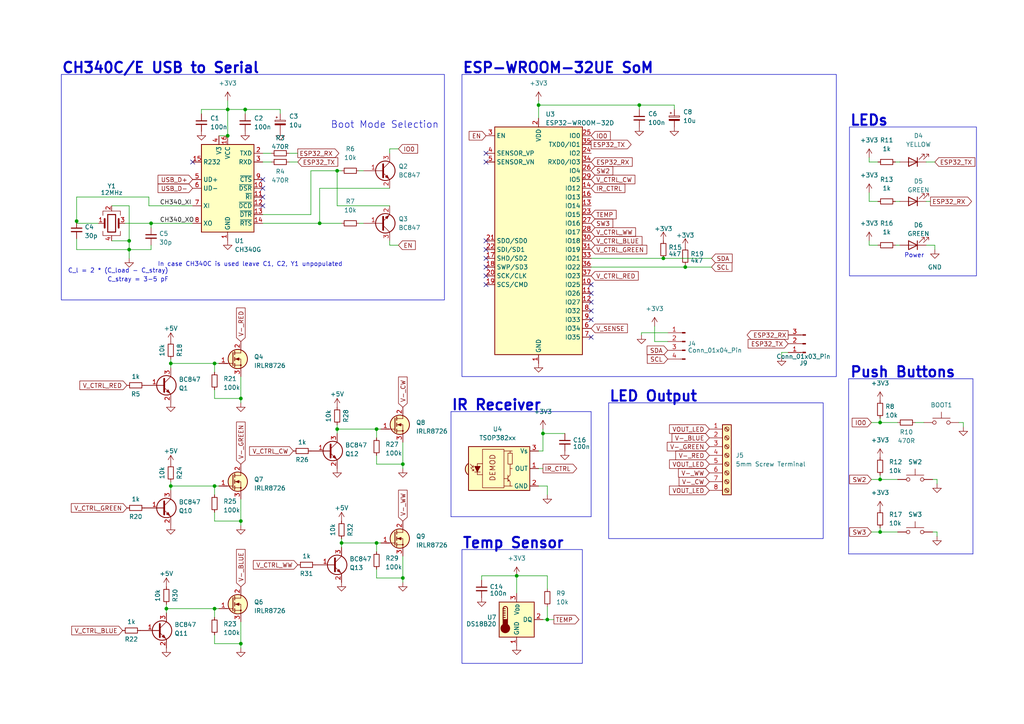
<source format=kicad_sch>
(kicad_sch (version 20230121) (generator eeschema)
  (paper "A4")
  (title_block (title "LuminX PWM") (date "2023-11-17") (rev "1.1") (company "Michael Gross") (comment 1 "General purpose PWM LED Driver Board"))
  (junction (at 37.465 72.39))
  (junction (at 69.85 115.57))
  (junction (at 22.225 64.135))
  (junction (at 62.23 105.41))
  (junction (at 158.75 179.705))
  (junction (at 97.79 49.53))
  (junction (at 37.465 69.85))
  (junction (at 62.23 176.53))
  (junction (at 255.27 154.305))
  (junction (at 198.755 77.47))
  (junction (at 71.12 31.75))
  (junction (at 97.79 124.46))
  (junction (at 116.84 134.62))
  (junction (at 149.86 167.005))
  (junction (at 49.53 140.97))
  (junction (at 109.22 157.48))
  (junction (at 192.405 74.93))
  (junction (at 92.71 64.77))
  (junction (at 69.85 151.13))
  (junction (at 255.27 139.065))
  (junction (at 157.48 125.73))
  (junction (at 109.22 124.46))
  (junction (at 116.84 167.64))
  (junction (at 48.26 176.53))
  (junction (at 99.06 157.48))
  (junction (at 43.815 64.77))
  (junction (at 62.23 140.97))
  (junction (at 255.27 122.555))
  (junction (at 66.04 39.37))
  (junction (at 66.04 31.75))
  (junction (at 49.53 105.41))
  (junction (at 156.21 30.48))
  (junction (at 69.85 186.69))
  (junction (at 185.42 30.48))
  (no_connect (at 76.2 59.69))
  (no_connect (at 76.2 52.07))
  (no_connect (at 171.45 82.55))
  (no_connect (at 55.88 46.99))
  (no_connect (at 171.45 92.71))
  (no_connect (at 140.97 69.85))
  (no_connect (at 140.97 72.39))
  (no_connect (at 140.97 82.55))
  (no_connect (at 76.2 57.15))
  (no_connect (at 171.45 90.17))
  (no_connect (at 140.97 46.99))
  (no_connect (at 140.97 80.01))
  (no_connect (at 171.45 87.63))
  (no_connect (at 140.97 44.45))
  (no_connect (at 171.45 85.09))
  (no_connect (at 76.2 54.61))
  (no_connect (at 140.97 77.47))
  (no_connect (at 171.45 97.79))
  (no_connect (at 140.97 74.93))
  (wire (pts (xy 252.095 46.99) (xy 252.095 45.72)))
  (wire (pts (xy 81.28 31.75) (xy 81.28 33.02)))
  (wire (pts (xy 268.605 58.42) (xy 269.875 58.42)))
  (wire (pts (xy 193.675 96.52) (xy 186.055 96.52)))
  (wire (pts (xy 255.27 139.065) (xy 260.35 139.065)))
  (wire (pts (xy 116.84 167.64) (xy 116.84 168.91)))
  (wire (pts (xy 58.42 31.75) (xy 66.04 31.75)))
  (wire (pts (xy 62.23 186.69) (xy 69.85 186.69)))
  (wire (pts (xy 156.21 29.21) (xy 156.21 30.48)))
  (wire (pts (xy 259.715 46.99) (xy 260.985 46.99)))
  (wire (pts (xy 195.58 30.48) (xy 185.42 30.48)))
  (wire (pts (xy 255.27 137.795) (xy 255.27 139.065)))
  (polyline (pts (xy 246.126 109.855) (xy 246.126 160.655)))
  (wire (pts (xy 157.48 135.89) (xy 156.21 135.89)))
  (wire (pts (xy 62.23 105.41) (xy 63.5 105.41)))
  (wire (pts (xy 97.79 49.53) (xy 99.06 49.53)))
  (wire (pts (xy 83.82 44.45) (xy 86.36 44.45)))
  (wire (pts (xy 113.03 71.12) (xy 115.57 71.12)))
  (wire (pts (xy 157.48 125.73) (xy 157.48 130.81)))
  (wire (pts (xy 139.7 168.275) (xy 139.7 167.005)))
  (wire (pts (xy 156.21 130.81) (xy 157.48 130.81)))
  (wire (pts (xy 104.14 64.77) (xy 105.41 64.77)))
  (wire (pts (xy 37.465 72.39) (xy 37.465 74.93)))
  (wire (pts (xy 109.22 157.48) (xy 109.22 160.02)))
  (wire (pts (xy 69.85 186.69) (xy 69.85 180.34)))
  (wire (pts (xy 48.26 176.53) (xy 48.26 177.8)))
  (wire (pts (xy 109.22 157.48) (xy 110.49 157.48)))
  (wire (pts (xy 62.23 176.53) (xy 63.5 176.53)))
  (wire (pts (xy 97.79 124.46) (xy 109.22 124.46)))
  (wire (pts (xy 139.7 167.005) (xy 149.86 167.005)))
  (wire (pts (xy 109.22 167.64) (xy 116.84 167.64)))
  (wire (pts (xy 113.03 69.85) (xy 113.03 71.12)))
  (wire (pts (xy 83.82 46.99) (xy 86.36 46.99)))
  (wire (pts (xy 43.815 72.39) (xy 43.815 71.12)))
  (wire (pts (xy 49.53 140.97) (xy 49.53 142.24)))
  (wire (pts (xy 43.18 59.69) (xy 55.88 59.69)))
  (wire (pts (xy 69.85 186.69) (xy 69.85 187.96)))
  (wire (pts (xy 228.6 102.235) (xy 226.695 102.235)))
  (wire (pts (xy 43.815 64.77) (xy 43.815 66.04)))
  (wire (pts (xy 62.23 113.03) (xy 62.23 115.57)))
  (wire (pts (xy 158.75 179.705) (xy 157.48 179.705)))
  (wire (pts (xy 109.22 124.46) (xy 110.49 124.46)))
  (wire (pts (xy 171.45 74.93) (xy 192.405 74.93)))
  (wire (pts (xy 268.605 71.12) (xy 271.145 71.12)))
  (wire (pts (xy 156.21 140.97) (xy 158.75 140.97)))
  (wire (pts (xy 198.755 76.835) (xy 198.755 77.47)))
  (wire (pts (xy 22.225 64.77) (xy 22.225 64.135)))
  (wire (pts (xy 255.27 153.035) (xy 255.27 154.305)))
  (wire (pts (xy 226.695 102.235) (xy 226.695 103.505)))
  (wire (pts (xy 99.06 157.48) (xy 109.22 157.48)))
  (wire (pts (xy 32.385 69.85) (xy 37.465 69.85)))
  (wire (pts (xy 43.18 59.69) (xy 43.18 57.15)))
  (wire (pts (xy 48.26 176.53) (xy 62.23 176.53)))
  (wire (pts (xy 97.79 124.46) (xy 97.79 125.73)))
  (polyline (pts (xy 130.81 119.38) (xy 171.45 119.38)))
  (wire (pts (xy 252.73 154.305) (xy 255.27 154.305)))
  (wire (pts (xy 116.84 134.62) (xy 116.84 135.89)))
  (wire (pts (xy 265.43 122.555) (xy 267.97 122.555)))
  (polyline (pts (xy 171.45 119.38) (xy 171.45 149.86)))
  (wire (pts (xy 158.75 140.97) (xy 158.75 143.51)))
  (wire (pts (xy 109.22 134.62) (xy 116.84 134.62)))
  (wire (pts (xy 62.23 148.59) (xy 62.23 151.13)))
  (wire (pts (xy 76.2 64.77) (xy 92.71 64.77)))
  (wire (pts (xy 69.85 115.57) (xy 69.85 109.22)))
  (wire (pts (xy 109.22 165.1) (xy 109.22 167.64)))
  (wire (pts (xy 99.06 157.48) (xy 99.06 158.75)))
  (wire (pts (xy 43.18 57.15) (xy 22.225 57.15)))
  (wire (pts (xy 113.03 43.18) (xy 115.57 43.18)))
  (wire (pts (xy 158.75 170.815) (xy 158.75 167.005)))
  (wire (pts (xy 49.53 139.7) (xy 49.53 140.97)))
  (wire (pts (xy 90.17 49.53) (xy 97.79 49.53)))
  (wire (pts (xy 62.23 105.41) (xy 62.23 107.95)))
  (wire (pts (xy 32.385 59.69) (xy 37.465 59.69)))
  (wire (pts (xy 279.4 122.555) (xy 278.13 122.555)))
  (wire (pts (xy 116.84 167.64) (xy 116.84 161.29)))
  (wire (pts (xy 254.635 71.12) (xy 252.095 71.12)))
  (wire (pts (xy 69.85 115.57) (xy 69.85 116.84)))
  (wire (pts (xy 171.45 77.47) (xy 198.755 77.47)))
  (wire (pts (xy 37.465 69.85) (xy 37.465 72.39)))
  (wire (pts (xy 206.375 77.47) (xy 198.755 77.47)))
  (wire (pts (xy 189.865 99.06) (xy 189.865 94.615)))
  (wire (pts (xy 185.42 31.75) (xy 185.42 30.48)))
  (wire (pts (xy 271.145 71.12) (xy 271.145 72.39)))
  (wire (pts (xy 49.53 104.14) (xy 49.53 105.41)))
  (wire (pts (xy 158.75 179.705) (xy 160.655 179.705)))
  (polyline (pts (xy 282.194 160.655) (xy 282.194 109.855)))
  (wire (pts (xy 76.2 44.45) (xy 78.74 44.45)))
  (wire (pts (xy 195.58 31.75) (xy 195.58 30.48)))
  (polyline (pts (xy 130.81 149.86) (xy 130.81 119.38)))
  (wire (pts (xy 157.48 125.73) (xy 163.83 125.73)))
  (polyline (pts (xy 282.194 109.855) (xy 246.126 109.855)))
  (wire (pts (xy 76.2 46.99) (xy 78.74 46.99)))
  (wire (pts (xy 97.79 123.19) (xy 97.79 124.46)))
  (wire (pts (xy 271.78 139.065) (xy 271.78 140.335)))
  (wire (pts (xy 252.095 55.88) (xy 252.095 58.42)))
  (wire (pts (xy 255.27 121.285) (xy 255.27 122.555)))
  (wire (pts (xy 259.715 58.42) (xy 260.985 58.42)))
  (wire (pts (xy 62.23 151.13) (xy 69.85 151.13)))
  (wire (pts (xy 113.03 43.18) (xy 113.03 44.45)))
  (wire (pts (xy 36.195 64.77) (xy 43.815 64.77)))
  (wire (pts (xy 255.27 122.555) (xy 260.35 122.555)))
  (wire (pts (xy 186.055 96.52) (xy 186.055 97.155)))
  (wire (pts (xy 255.27 154.305) (xy 260.35 154.305)))
  (wire (pts (xy 97.79 59.69) (xy 97.79 49.53)))
  (wire (pts (xy 279.4 122.555) (xy 279.4 123.825)))
  (wire (pts (xy 69.85 151.13) (xy 69.85 144.78)))
  (wire (pts (xy 259.715 71.12) (xy 260.985 71.12)))
  (wire (pts (xy 193.675 99.06) (xy 189.865 99.06)))
  (wire (pts (xy 48.26 175.26) (xy 48.26 176.53)))
  (wire (pts (xy 22.225 72.39) (xy 22.225 69.215)))
  (wire (pts (xy 252.73 139.065) (xy 255.27 139.065)))
  (wire (pts (xy 206.375 74.93) (xy 192.405 74.93)))
  (wire (pts (xy 43.815 64.77) (xy 55.88 64.77)))
  (wire (pts (xy 62.23 140.97) (xy 62.23 143.51)))
  (wire (pts (xy 37.465 72.39) (xy 43.815 72.39)))
  (wire (pts (xy 22.225 57.15) (xy 22.225 64.135)))
  (wire (pts (xy 252.095 71.12) (xy 252.095 69.85)))
  (wire (pts (xy 49.53 140.97) (xy 62.23 140.97)))
  (wire (pts (xy 99.06 156.21) (xy 99.06 157.48)))
  (wire (pts (xy 158.75 179.705) (xy 158.75 175.895)))
  (wire (pts (xy 270.51 154.305) (xy 271.78 154.305)))
  (wire (pts (xy 71.12 31.75) (xy 81.28 31.75)))
  (wire (pts (xy 252.73 122.555) (xy 255.27 122.555)))
  (wire (pts (xy 156.21 30.48) (xy 156.21 34.29)))
  (wire (pts (xy 268.605 46.99) (xy 271.145 46.99)))
  (wire (pts (xy 58.42 33.02) (xy 58.42 31.75)))
  (wire (pts (xy 71.12 31.75) (xy 71.12 33.02)))
  (wire (pts (xy 49.53 105.41) (xy 62.23 105.41)))
  (wire (pts (xy 92.71 64.77) (xy 99.06 64.77)))
  (polyline (pts (xy 246.126 160.655) (xy 282.194 160.655)))
  (wire (pts (xy 113.03 54.61) (xy 92.71 54.61)))
  (wire (pts (xy 157.48 125.73) (xy 157.48 124.46)))
  (wire (pts (xy 158.75 167.005) (xy 149.86 167.005)))
  (wire (pts (xy 90.17 62.23) (xy 76.2 62.23)))
  (wire (pts (xy 37.465 59.69) (xy 37.465 69.85)))
  (wire (pts (xy 22.225 64.77) (xy 28.575 64.77)))
  (wire (pts (xy 116.84 134.62) (xy 116.84 128.27)))
  (wire (pts (xy 22.225 72.39) (xy 37.465 72.39)))
  (wire (pts (xy 149.86 167.005) (xy 149.86 172.085)))
  (wire (pts (xy 62.23 115.57) (xy 69.85 115.57)))
  (wire (pts (xy 66.04 29.21) (xy 66.04 31.75)))
  (wire (pts (xy 156.21 30.48) (xy 185.42 30.48)))
  (wire (pts (xy 113.03 59.69) (xy 97.79 59.69)))
  (wire (pts (xy 90.17 49.53) (xy 90.17 62.23)))
  (polyline (pts (xy 171.45 149.86) (xy 130.81 149.86)))
  (wire (pts (xy 92.71 54.61) (xy 92.71 64.77)))
  (wire (pts (xy 49.53 105.41) (xy 49.53 106.68)))
  (wire (pts (xy 62.23 176.53) (xy 62.23 179.07)))
  (wire (pts (xy 254.635 46.99) (xy 252.095 46.99)))
  (wire (pts (xy 109.22 124.46) (xy 109.22 127)))
  (wire (pts (xy 63.5 39.37) (xy 66.04 39.37)))
  (wire (pts (xy 62.23 184.15) (xy 62.23 186.69)))
  (wire (pts (xy 62.23 140.97) (xy 63.5 140.97)))
  (wire (pts (xy 69.85 151.13) (xy 69.85 152.4)))
  (wire (pts (xy 66.04 31.75) (xy 66.04 39.37)))
  (wire (pts (xy 271.78 154.305) (xy 271.78 155.575)))
  (wire (pts (xy 252.095 58.42) (xy 254.635 58.42)))
  (wire (pts (xy 271.78 139.065) (xy 270.51 139.065)))
  (wire (pts (xy 109.22 132.08) (xy 109.22 134.62)))
  (wire (pts (xy 104.14 49.53) (xy 105.41 49.53)))
  (wire (pts (xy 66.04 31.75) (xy 71.12 31.75)))
  (rectangle (start 176.53 116.84) (end 238.76 156.21))
  (rectangle (start 133.985 21.59) (end 242.57 109.22))
  (rectangle (start 133.985 159.385) (end 168.91 192.405))
  (rectangle (start 246.38 36.83) (end 283.21 80.01))
  (rectangle (start 17.78 21.59) (end 128.905 86.995))
  (text "C_l = 2 * (C_load - C_stray)" (at 19.685 79.375 0) (effects (font (size 1.27 1.27)) (justify left bottom)))
  (text "IR Receiver" (at 130.81 119.38 0) (effects (font (size 3 3) (thickness 0.6) bold) (justify left bottom)))
  (text "Push Buttons" (at 246.38 109.855 0) (effects (font (size 3 3) (thickness 0.6) bold) (justify left bottom)))
  (text "In case CH340C is used leave C1, C2, Y1 unpopulated" (at 45.72 77.47 0) (effects (font (size 1.27 1.27)) (justify left bottom)))
  (text "Power" (at 262.255 74.93 0) (effects (font (size 1.27 1.27)) (justify left bottom)))
  (text "Boot Mode Selection" (at 95.885 37.465 0) (effects (font (size 2 2)) (justify left bottom)))
  (text "Temp Sensor" (at 133.985 159.385 0) (effects (font (size 3 3) (thickness 0.6) bold) (justify left bottom)))
  (text "C_stray = 3-5 pF" (at 31.115 81.915 0) (effects (font (size 1.27 1.27)) (justify left bottom)))
  (text "CH340C/E USB to Serial" (at 17.78 21.59 0) (effects (font (size 3 3) (thickness 0.6) bold) (justify left bottom)))
  (text "LEDs" (at 246.38 36.83 0) (effects (font (size 3 3) (thickness 0.6) bold) (justify left bottom)))
  (text "ESP-WROOM-32UE SoM" (at 133.985 21.59 0) (effects (font (size 3 3) (thickness 0.6) bold) (justify left bottom)))
  (text "LED Output" (at 176.53 116.84 0) (effects (font (size 3 3) (thickness 0.6) bold) (justify left bottom)))
  (label "CH340_XO" (at 46.355 64.77 0))
  (label "CH340_XI" (at 46.355 59.69 0))
  (global_label "VOUT_LED" (shape input) (at 205.74 142.24 180) (property "Intersheetrefs" "${INTERSHEET_REFS}" (effects hide)))
  (global_label "IO0" (shape input) (at 171.45 39.37 0) (property "Intersheetrefs" "${INTERSHEET_REFS}" (effects hide)))
  (global_label "SW3" (shape input) (at 171.45 64.77 0) (property "Intersheetrefs" "${INTERSHEET_REFS}" (effects hide)))
  (global_label "V-_WW" (shape input) (at 116.84 151.13 90) (property "Intersheetrefs" "${INTERSHEET_REFS}" (effects hide)))
  (global_label "USB_D+" (shape input) (at 55.88 52.07 180) (property "Intersheetrefs" "${INTERSHEET_REFS}" (effects hide)))
  (global_label "SW3" (shape input) (at 252.73 154.305 180) (property "Intersheetrefs" "${INTERSHEET_REFS}" (effects hide)))
  (global_label "SCL" (shape input) (at 193.675 104.14 180) (property "Intersheetrefs" "${INTERSHEET_REFS}" (effects hide)))
  (global_label "V-_GREEN" (shape input) (at 69.85 134.62 90) (property "Intersheetrefs" "${INTERSHEET_REFS}" (effects hide)))
  (global_label "V_SENSE" (shape input) (at 171.45 95.25 0) (property "Intersheetrefs" "${INTERSHEET_REFS}" (effects hide)))
  (global_label "VOUT_LED" (shape input) (at 205.74 134.62 180) (property "Intersheetrefs" "${INTERSHEET_REFS}" (effects hide)))
  (global_label "V_CTRL_CW" (shape input) (at 85.09 130.81 180) (property "Intersheetrefs" "${INTERSHEET_REFS}" (effects hide)))
  (global_label "V_CTRL_RED" (shape input) (at 36.83 111.76 180) (property "Intersheetrefs" "${INTERSHEET_REFS}" (effects hide)))
  (global_label "V_CTRL_GREEN" (shape input) (at 36.83 147.32 180) (property "Intersheetrefs" "${INTERSHEET_REFS}" (effects hide)))
  (global_label "V_CTRL_WW" (shape input) (at 171.45 67.31 0) (property "Intersheetrefs" "${INTERSHEET_REFS}" (effects hide)))
  (global_label "TEMP" (shape input) (at 171.45 62.23 0) (property "Intersheetrefs" "${INTERSHEET_REFS}" (effects hide)))
  (global_label "SCL" (shape input) (at 206.375 77.47 0) (property "Intersheetrefs" "${INTERSHEET_REFS}" (effects hide)))
  (global_label "ESP32_RX" (shape output) (at 228.6 97.155 180) (property "Intersheetrefs" "${INTERSHEET_REFS}" (effects hide)))
  (global_label "IR_CTRL" (shape output) (at 157.48 135.89 0) (property "Intersheetrefs" "${INTERSHEET_REFS}" (effects hide)))
  (global_label "SDA" (shape input) (at 206.375 74.93 0) (property "Intersheetrefs" "${INTERSHEET_REFS}" (effects hide)))
  (global_label "IO0" (shape input) (at 252.73 122.555 180) (property "Intersheetrefs" "${INTERSHEET_REFS}" (effects hide)))
  (global_label "ESP32_RX" (shape output) (at 269.875 58.42 0) (property "Intersheetrefs" "${INTERSHEET_REFS}" (effects hide)))
  (global_label "EN" (shape input) (at 140.97 39.37 180) (property "Intersheetrefs" "${INTERSHEET_REFS}" (effects hide)))
  (global_label "V-_WW" (shape input) (at 205.74 137.16 180) (property "Intersheetrefs" "${INTERSHEET_REFS}" (effects hide)))
  (global_label "V-_CW" (shape input) (at 205.74 139.7 180) (property "Intersheetrefs" "${INTERSHEET_REFS}" (effects hide)))
  (global_label "V_CTRL_BLUE" (shape input) (at 35.56 182.88 180) (property "Intersheetrefs" "${INTERSHEET_REFS}" (effects hide)))
  (global_label "V_CTRL_WW" (shape input) (at 86.36 163.83 180) (property "Intersheetrefs" "${INTERSHEET_REFS}" (effects hide)))
  (global_label "ESP32_RX" (shape output) (at 86.36 44.45 0) (property "Intersheetrefs" "${INTERSHEET_REFS}" (effects hide)))
  (global_label "SW2" (shape input) (at 252.73 139.065 180) (property "Intersheetrefs" "${INTERSHEET_REFS}" (effects hide)))
  (global_label "USB_D-" (shape input) (at 55.88 54.61 180) (property "Intersheetrefs" "${INTERSHEET_REFS}" (effects hide)))
  (global_label "TEMP" (shape output) (at 160.655 179.705 0) (property "Intersheetrefs" "${INTERSHEET_REFS}" (effects hide)))
  (global_label "ESP32_TX" (shape input) (at 86.36 46.99 0) (property "Intersheetrefs" "${INTERSHEET_REFS}" (effects hide)))
  (global_label "SW2" (shape input) (at 171.45 49.53 0) (property "Intersheetrefs" "${INTERSHEET_REFS}" (effects hide)))
  (global_label "EN" (shape input) (at 115.57 71.12 0) (property "Intersheetrefs" "${INTERSHEET_REFS}" (effects hide)))
  (global_label "ESP32_TX" (shape output) (at 171.45 41.91 0) (property "Intersheetrefs" "${INTERSHEET_REFS}" (effects hide)))
  (global_label "V-_BLUE" (shape input) (at 205.74 127 180) (property "Intersheetrefs" "${INTERSHEET_REFS}" (effects hide)))
  (global_label "V_CTRL_CW" (shape input) (at 171.45 52.07 0) (property "Intersheetrefs" "${INTERSHEET_REFS}" (effects hide)))
  (global_label "SDA" (shape input) (at 193.675 101.6 180) (property "Intersheetrefs" "${INTERSHEET_REFS}" (effects hide)))
  (global_label "V-_GREEN" (shape input) (at 205.74 129.54 180) (property "Intersheetrefs" "${INTERSHEET_REFS}" (effects hide)))
  (global_label "VOUT_LED" (shape input) (at 205.74 124.46 180) (property "Intersheetrefs" "${INTERSHEET_REFS}" (effects hide)))
  (global_label "ESP32_RX" (shape input) (at 171.45 46.99 0) (property "Intersheetrefs" "${INTERSHEET_REFS}" (effects hide)))
  (global_label "V_CTRL_RED" (shape input) (at 171.45 80.01 0) (property "Intersheetrefs" "${INTERSHEET_REFS}" (effects hide)))
  (global_label "V-_RED" (shape input) (at 69.85 99.06 90) (property "Intersheetrefs" "${INTERSHEET_REFS}" (effects hide)))
  (global_label "V-_BLUE" (shape input) (at 69.85 170.18 90) (property "Intersheetrefs" "${INTERSHEET_REFS}" (effects hide)))
  (global_label "ESP32_TX" (shape input) (at 228.6 99.695 180) (property "Intersheetrefs" "${INTERSHEET_REFS}" (effects hide)))
  (global_label "V_CTRL_BLUE" (shape input) (at 171.45 69.85 0) (property "Intersheetrefs" "${INTERSHEET_REFS}" (effects hide)))
  (global_label "V-_CW" (shape input) (at 116.84 118.11 90) (property "Intersheetrefs" "${INTERSHEET_REFS}" (effects hide)))
  (global_label "V_CTRL_GREEN" (shape input) (at 171.45 72.39 0) (property "Intersheetrefs" "${INTERSHEET_REFS}" (effects hide)))
  (global_label "IR_CTRL" (shape input) (at 171.45 54.61 0) (property "Intersheetrefs" "${INTERSHEET_REFS}" (effects hide)))
  (global_label "IO0" (shape input) (at 115.57 43.18 0) (property "Intersheetrefs" "${INTERSHEET_REFS}" (effects hide)))
  (global_label "V-_RED" (shape input) (at 205.74 132.08 180) (property "Intersheetrefs" "${INTERSHEET_REFS}" (effects hide)))
  (global_label "ESP32_TX" (shape input) (at 271.145 46.99 0) (property "Intersheetrefs" "${INTERSHEET_REFS}" (effects hide)))
  (symbol (lib_id "power:+3V3") (at 66.04 29.21 0) (unit 1)
    (property "Reference" "#PWR02" (effects hide))
    (property "Value" "+3V3" (at 66.04 24.13 0))
  )
  (symbol (lib_id "Device:R_Small") (at 49.53 101.6 180) (unit 1)
    (property "Reference" "R18" (at 52.07 101.6 90))
    (property "Value" "10k" (at 46.99 101.6 90))
    (property "Footprint" "Resistor_SMD:R_0603_1608Metric" (effects hide))
    (instances (project "LuminX PWM" (path "" (reference "R18") (unit 1)) (path "" (reference "R5") (unit 1))))
  )
  (symbol (lib_id "power:GND") (at 48.26 187.96 0) (unit 1)
    (property "Reference" "#PWR032" (effects hide))
    (property "Value" "GND" (effects hide))
  )
  (symbol (lib_id "power:+3V3") (at 255.27 116.205 0) (unit 1)
    (property "Reference" "#PWR015" (effects hide))
    (property "Value" "+3V3" (at 255.27 111.125 0))
  )
  (symbol (lib_id "Switch:SW_Push") (at 265.43 154.305 0) (unit 1)
    (property "Reference" "SW3" (at 265.43 149.225 0))
    (property "Value" "SW_Push" (effects hide))
    (property "Footprint" "Button_Switch_SMD:SW_SPST_PTS645" (effects hide))
  )
  (symbol (lib_id "Device:R_Small") (at 81.28 44.45 90) (unit 1)
    (property "Reference" "R3" (at 81.28 40.0136 90))
    (property "Value" "470R" (at 81.28 42.5505 90))
    (property "Footprint" "Resistor_SMD:R_0603_1608Metric" (effects hide))
  )
  (symbol (lib_id "power:+3V3") (at 189.865 94.615 0) (unit 1)
    (property "Reference" "#PWR038" (effects hide))
    (property "Value" "+3V3" (at 189.865 89.535 0))
  )
  (symbol (lib_id "power:+3V3") (at 156.21 29.21 0) (unit 1)
    (property "Reference" "#PWR03" (effects hide))
    (property "Value" "+3V3" (at 156.21 24.13 0))
  )
  (symbol (lib_id "power:+3V3") (at 192.405 69.85 0) (unit 1)
    (property "Reference" "#PWR051" (effects hide))
    (property "Value" "+3V3" (at 192.405 66.3481 0))
  )
  (symbol (lib_id "Device:R_Small") (at 257.175 58.42 90) (unit 1)
    (property "Reference" "R13" (at 257.175 52.07 90))
    (property "Value" "1k" (at 257.175 54.61 90))
    (property "Footprint" "Resistor_SMD:R_0603_1608Metric" (effects hide))
  )
  (symbol (lib_id "PCM_4ms_Power-symbol:+5V") (at 99.06 151.13 0) (unit 1)
    (property "Reference" "#PWR036" (effects hide))
    (property "Value" "+5V" (at 99.06 147.32 0))
  )
  (symbol (lib_id "power:+3V3") (at 157.48 124.46 0) (unit 1)
    (property "Reference" "#PWR039" (effects hide))
    (property "Value" "+3V3" (at 157.48 119.38 0))
  )
  (symbol (lib_id "Device:R_Small") (at 99.06 153.67 180) (unit 1)
    (property "Reference" "R32" (at 101.6 153.67 90))
    (property "Value" "10k" (at 96.52 153.67 90))
    (property "Footprint" "Resistor_SMD:R_0603_1608Metric" (effects hide))
    (instances (project "LuminX PWM" (path "" (reference "R32") (unit 1)) (path "" (reference "R5") (unit 1))))
  )
  (symbol (lib_id "Device:R_Small") (at 192.405 72.39 0) (unit 1)
    (property "Reference" "R15" (at 193.9036 71.7463 0) (effects (justify left)))
    (property "Value" "4k7" (at 193.9036 73.6673 0) (effects (justify left)))
    (property "Footprint" "Resistor_SMD:R_0603_1608Metric" (effects hide))
  )
  (symbol (lib_id "Device:R_Small") (at 101.6 64.77 90) (unit 1)
    (property "Reference" "R7" (at 101.6 58.42 90))
    (property "Value" "10k" (at 101.6 60.96 90))
    (property "Footprint" "Resistor_SMD:R_0603_1608Metric" (effects hide))
  )
  (symbol (lib_id "Connector:Screw_Terminal_01x08") (at 210.82 132.08 0) (unit 1)
    (property "Reference" "J5" (at 213.36 132.08 0) (effects (justify left)))
    (property "Value" "5mm Screw Terminal" (at 213.36 134.62 0) (effects (justify left)))
    (property "Footprint" "TerminalBlock_Phoenix:TerminalBlock_Phoenix_MKDS-1,5-8_1x08_P5.00mm_Horizontal" (effects hide))
  )
  (symbol (lib_id "power:+3V3") (at 252.095 55.88 0) (unit 1)
    (property "Reference" "#PWR021" (effects hide))
    (property "Value" "+3V3" (at 252.095 50.8 0))
  )
  (symbol (lib_id "Device:R_Small") (at 255.27 150.495 0) (unit 1)
    (property "Reference" "R17" (at 257.81 149.2249 0) (effects (justify left)))
    (property "Value" "10k" (at 257.81 151.7649 0) (effects (justify left)))
    (property "Footprint" "Resistor_SMD:R_0603_1608Metric" (effects hide))
  )
  (symbol (lib_id "Device:C_Small") (at 58.42 35.56 0) (unit 1)
    (property "Reference" "C1" (at 60.96 34.2962 0) (effects (justify left)))
    (property "Value" "100n" (at 60.96 36.8362 0) (effects (justify left)))
    (property "Footprint" "Capacitor_SMD:C_0603_1608Metric" (effects hide))
  )
  (symbol (lib_id "Device:R_Small") (at 101.6 49.53 90) (unit 1)
    (property "Reference" "R6" (at 101.6 43.18 90))
    (property "Value" "10k" (at 101.6 45.72 90))
    (property "Footprint" "Resistor_SMD:R_0603_1608Metric" (effects hide))
  )
  (symbol (lib_id "power:GND") (at 58.42 38.1 0) (unit 1)
    (property "Reference" "#PWR06" (effects hide))
    (property "Value" "GND" (effects hide))
  )
  (symbol (lib_id "Transistor_BJT:BC847") (at 45.72 182.88 0) (unit 1)
    (property "Reference" "Q11" (at 50.5714 183.7147 0) (effects (justify left)))
    (property "Value" "BC847" (at 50.5714 181.1778 0) (effects (justify left)))
    (property "Footprint" "Package_TO_SOT_SMD:SOT-23" (effects hide))
    (property "Datasheet" "http://www.infineon.com/dgdl/Infineon-BC847SERIES_BC848SERIES_BC849SERIES_BC850SERIES-DS-v01_01-en.pdf?fileId=db3a304314dca389011541d4630a1657" (effects hide))
    (instances (project "LuminX PWM" (path "" (reference "Q11") (unit 1)) (path "" (reference "Q1") (unit 1))))
  )
  (symbol (lib_id "Device:R_Small") (at 49.53 137.16 180) (unit 1)
    (property "Reference" "R24" (at 52.07 137.16 90))
    (property "Value" "10k" (at 46.99 137.16 90))
    (property "Footprint" "Resistor_SMD:R_0603_1608Metric" (effects hide))
    (instances (project "LuminX PWM" (path "" (reference "R24") (unit 1)) (path "" (reference "R5") (unit 1))))
  )
  (symbol (lib_id "power:GND") (at 66.04 69.85 0) (unit 1)
    (property "Reference" "#PWR014" (effects hide))
    (property "Value" "GND" (effects hide))
  )
  (symbol (lib_id "Device:R_Small") (at 62.23 146.05 180) (unit 1)
    (property "Reference" "R25" (at 64.77 145.415 0) (effects (justify right)))
    (property "Value" "100k" (at 64.77 147.955 0) (effects (justify right)))
    (property "Footprint" "Resistor_SMD:R_0603_1608Metric" (effects hide))
  )
  (symbol (lib_id "Device:LED") (at 264.795 58.42 180) (unit 1)
    (property "Reference" "D5" (at 266.3825 52.5612 0))
    (property "Value" "GREEN" (at 266.3825 55.0981 0))
    (property "Footprint" "LED_SMD:LED_1206_3216Metric_ReverseMount_Hole1.8x2.4mm" (effects hide))
  )
  (symbol (lib_id "power:GND") (at 97.79 135.89 0) (unit 1)
    (property "Reference" "#PWR035" (effects hide))
    (property "Value" "GND" (effects hide))
  )
  (symbol (lib_id "Device:R_Small") (at 109.22 162.56 180) (unit 1)
    (property "Reference" "R29" (at 111.76 161.925 0) (effects (justify right)))
    (property "Value" "100k" (at 111.76 164.465 0) (effects (justify right)))
    (property "Footprint" "Resistor_SMD:R_0603_1608Metric" (effects hide))
  )
  (symbol (lib_id "power:GND") (at 185.42 36.83 0) (unit 1)
    (property "Reference" "#PWR09" (effects hide))
    (property "Value" "GND" (effects hide))
  )
  (symbol (lib_id "Device:C_Small") (at 139.7 170.815 0) (unit 1)
    (property "Reference" "C14" (at 142.0241 170.1776 0) (effects (justify left)))
    (property "Value" "100n" (at 142.0241 172.0986 0) (effects (justify left)))
    (property "Footprint" "Capacitor_SMD:C_0603_1608Metric" (effects hide))
  )
  (symbol (lib_id "power:GND") (at 195.58 36.83 0) (unit 1)
    (property "Reference" "#PWR010" (effects hide))
    (property "Value" "GND" (effects hide))
  )
  (symbol (lib_id "power:GND") (at 271.145 72.39 0) (unit 1)
    (property "Reference" "#PWR028" (effects hide))
    (property "Value" "GND" (at 271.145 77.47 0))
  )
  (symbol (lib_id "power:GND") (at 49.53 152.4 0) (unit 1)
    (property "Reference" "#PWR029" (effects hide))
    (property "Value" "GND" (effects hide))
  )
  (symbol (lib_id "Transistor_BJT:BC847") (at 110.49 49.53 0) (unit 1)
    (property "Reference" "Q2" (at 115.57 48.2599 0) (effects (justify left)))
    (property "Value" "BC847" (at 115.57 50.7999 0) (effects (justify left)))
    (property "Footprint" "Package_TO_SOT_SMD:SOT-23" (effects hide))
    (property "Datasheet" "http://www.infineon.com/dgdl/Infineon-BC847SERIES_BC848SERIES_BC849SERIES_BC850SERIES-DS-v01_01-en.pdf?fileId=db3a304314dca389011541d4630a1657" (effects hide))
  )
  (symbol (lib_id "Transistor_BJT:BC847") (at 46.99 147.32 0) (unit 1)
    (property "Reference" "Q10" (at 51.8414 148.1547 0) (effects (justify left)))
    (property "Value" "BC847" (at 51.8414 145.6178 0) (effects (justify left)))
    (property "Footprint" "Package_TO_SOT_SMD:SOT-23" (effects hide))
    (property "Datasheet" "http://www.infineon.com/dgdl/Infineon-BC847SERIES_BC848SERIES_BC849SERIES_BC850SERIES-DS-v01_01-en.pdf?fileId=db3a304314dca389011541d4630a1657" (effects hide))
    (instances (project "LuminX PWM" (path "" (reference "Q10") (unit 1)) (path "" (reference "Q1") (unit 1))))
  )
  (symbol (lib_id "Device:R_Small") (at 81.28 46.99 90) (unit 1)
    (property "Reference" "R4" (at 81.28 49.757 90))
    (property "Value" "470R" (at 81.28 52.2939 90))
    (property "Footprint" "Resistor_SMD:R_0603_1608Metric" (effects hide))
  )
  (symbol (lib_id "PCM_4ms_Power-symbol:+5V") (at 48.26 170.18 0) (unit 1)
    (property "Reference" "#PWR031" (effects hide))
    (property "Value" "+5V" (at 48.26 166.37 0))
  )
  (symbol (lib_id "PCM_Transistor_MOSFET_AKL:IRF540N") (at 67.31 175.26 0) (unit 1)
    (property "Reference" "Q6" (at 73.66 174.625 0) (effects (justify left)))
    (property "Value" "IRLR8726" (at 73.66 177.165 0) (effects (justify left)))
    (property "Footprint" "Package_TO_SOT_SMD:TO-252-2" (effects hide))
    (property "Datasheet" "https://www.tme.eu/Document/0396bd257f8160d01272f72304b23931/irf540n.pdf" (effects hide))
  )
  (symbol (lib_id "power:GND") (at 149.86 187.325 0) (unit 1)
    (property "Reference" "#PWR018" (effects hide))
    (property "Value" "GND" (effects hide))
  )
  (symbol (lib_id "power:GND") (at 116.84 168.91 0) (unit 1)
    (property "Reference" "#PWR062" (effects hide))
    (property "Value" "GND" (effects hide))
  )
  (symbol (lib_id "Device:R_Small") (at 62.23 110.49 180) (unit 1)
    (property "Reference" "R21" (at 64.77 109.855 0) (effects (justify right)))
    (property "Value" "100k" (at 64.77 112.395 0) (effects (justify right)))
    (property "Footprint" "Resistor_SMD:R_0603_1608Metric" (effects hide))
  )
  (symbol (lib_id "Device:R_Small") (at 198.755 74.295 0) (unit 1)
    (property "Reference" "R19" (at 200.2536 73.6513 0) (effects (justify left)))
    (property "Value" "4k7" (at 200.2536 75.5723 0) (effects (justify left)))
    (property "Footprint" "Resistor_SMD:R_0603_1608Metric" (effects hide))
  )
  (symbol (lib_id "Device:R_Small") (at 88.9 163.83 90) (unit 1)
    (property "Reference" "R31" (at 88.9 166.37 90))
    (property "Value" "1k" (at 88.9 161.29 90))
    (property "Footprint" "Resistor_SMD:R_0603_1608Metric" (effects hide))
    (instances (project "LuminX PWM" (path "" (reference "R31") (unit 1)) (path "" (reference "R5") (unit 1))))
  )
  (symbol (lib_id "power:GND") (at 271.78 140.335 0) (unit 1)
    (property "Reference" "#PWR023" (effects hide))
    (property "Value" "GND" (effects hide))
  )
  (symbol (lib_id "RF_Module:ESP32-WROOM-32D") (at 156.21 69.85 0) (unit 1)
    (property "Reference" "U3" (at 158.2294 33.1302 0) (effects (justify left)))
    (property "Value" "ESP32-WROOM-32D" (at 158.2294 35.6671 0) (effects (justify left)))
    (property "Footprint" "RF_Module:ESP32-WROOM-32D" (effects hide))
    (property "Datasheet" "https://www.espressif.com/sites/default/files/documentation/esp32-wroom-32d_esp32-wroom-32u_datasheet_en.pdf" (effects hide))
  )
  (symbol (lib_id "power:+3V3") (at 149.86 167.005 0) (unit 1)
    (property "Reference" "#PWR019" (effects hide))
    (property "Value" "+3V3" (at 149.86 161.925 0))
  )
  (symbol (lib_id "power:GND") (at 226.695 103.505 0) (unit 1)
    (property "Reference" "#PWR016" (effects hide))
    (property "Value" "GND" (effects hide))
  )
  (symbol (lib_id "Transistor_BJT:BC847") (at 110.49 64.77 0) (mirror x) (unit 1)
    (property "Reference" "Q3" (at 115.57 63.4999 0) (effects (justify left)))
    (property "Value" "BC847" (at 115.57 66.0399 0) (effects (justify left)))
    (property "Footprint" "Package_TO_SOT_SMD:SOT-23" (effects hide))
    (property "Datasheet" "http://www.infineon.com/dgdl/Infineon-BC847SERIES_BC848SERIES_BC849SERIES_BC850SERIES-DS-v01_01-en.pdf?fileId=db3a304314dca389011541d4630a1657" (effects hide))
  )
  (symbol (lib_id "Device:R_Small") (at 262.89 122.555 90) (unit 1)
    (property "Reference" "R10" (at 262.89 125.322 90))
    (property "Value" "470R" (at 262.89 127.8589 90))
    (property "Footprint" "Resistor_SMD:R_0603_1608Metric" (effects hide))
  )
  (symbol (lib_id "power:GND") (at 156.21 105.41 0) (unit 1)
    (property "Reference" "#PWR024" (effects hide))
    (property "Value" "GND" (effects hide))
  )
  (symbol (lib_id "power:GND") (at 69.85 116.84 0) (unit 1)
    (property "Reference" "#PWR058" (effects hide))
    (property "Value" "GND" (effects hide))
  )
  (symbol (lib_id "Transistor_BJT:BC847") (at 95.25 130.81 0) (unit 1)
    (property "Reference" "Q12" (at 100.1014 131.6447 0) (effects (justify left)))
    (property "Value" "BC847" (at 100.1014 129.1078 0) (effects (justify left)))
    (property "Footprint" "Package_TO_SOT_SMD:SOT-23" (effects hide))
    (property "Datasheet" "http://www.infineon.com/dgdl/Infineon-BC847SERIES_BC848SERIES_BC849SERIES_BC850SERIES-DS-v01_01-en.pdf?fileId=db3a304314dca389011541d4630a1657" (effects hide))
    (instances (project "LuminX PWM" (path "" (reference "Q12") (unit 1)) (path "" (reference "Q1") (unit 1))))
  )
  (symbol (lib_id "PCM_4ms_Power-symbol:+5V") (at 49.53 99.06 0) (unit 1)
    (property "Reference" "#PWR012" (effects hide))
    (property "Value" "+5V" (at 49.53 95.25 0))
  )
  (symbol (lib_id "power:GND") (at 69.85 187.96 0) (unit 1)
    (property "Reference" "#PWR059" (effects hide))
    (property "Value" "GND" (effects hide))
  )
  (symbol (lib_id "power:GND") (at 49.53 116.84 0) (unit 1)
    (property "Reference" "#PWR04" (effects hide))
    (property "Value" "GND" (effects hide))
  )
  (symbol (lib_id "Transistor_BJT:BC847") (at 46.99 111.76 0) (unit 1)
    (property "Reference" "Q1" (at 51.8414 112.5947 0) (effects (justify left)))
    (property "Value" "BC847" (at 51.8414 110.0578 0) (effects (justify left)))
    (property "Footprint" "Package_TO_SOT_SMD:SOT-23" (effects hide))
    (property "Datasheet" "http://www.infineon.com/dgdl/Infineon-BC847SERIES_BC848SERIES_BC849SERIES_BC850SERIES-DS-v01_01-en.pdf?fileId=db3a304314dca389011541d4630a1657" (effects hide))
  )
  (symbol (lib_id "PCM_Transistor_MOSFET_AKL:IRF540N") (at 114.3 156.21 0) (unit 1)
    (property "Reference" "Q9" (at 120.65 155.575 0) (effects (justify left)))
    (property "Value" "IRLR8726" (at 120.65 158.115 0) (effects (justify left)))
    (property "Footprint" "Package_TO_SOT_SMD:TO-252-2" (effects hide))
    (property "Datasheet" "https://www.tme.eu/Document/0396bd257f8160d01272f72304b23931/irf540n.pdf" (effects hide))
  )
  (symbol (lib_id "Device:C_Small") (at 71.12 35.56 0) (unit 1)
    (property "Reference" "C2" (at 73.66 34.2962 0) (effects (justify left)))
    (property "Value" "100n" (at 73.66 36.8362 0) (effects (justify left)))
    (property "Footprint" "Capacitor_SMD:C_0603_1608Metric" (effects hide))
  )
  (symbol (lib_id "power:GND") (at 99.06 168.91 0) (unit 1)
    (property "Reference" "#PWR044" (effects hide))
    (property "Value" "GND" (effects hide))
  )
  (symbol (lib_id "power:GND") (at 81.28 38.1 0) (unit 1)
    (property "Reference" "#PWR08" (effects hide))
    (property "Value" "GND" (effects hide))
  )
  (symbol (lib_id "Device:C_Small") (at 22.225 66.675 0) (unit 1)
    (property "Reference" "C4" (at 24.5491 65.8466 0) (effects (justify left)))
    (property "Value" "30p" (at 24.5491 68.3835 0) (effects (justify left)))
    (property "Footprint" "Capacitor_SMD:C_0603_1608Metric" (effects hide))
  )
  (symbol (lib_id "PCM_Transistor_MOSFET_AKL:IRF540N") (at 67.31 104.14 0) (unit 1)
    (property "Reference" "Q4" (at 73.66 103.505 0) (effects (justify left)))
    (property "Value" "IRLR8726" (at 73.66 106.045 0) (effects (justify left)))
    (property "Footprint" "Package_TO_SOT_SMD:TO-252-2" (effects hide))
    (property "Datasheet" "https://www.tme.eu/Document/0396bd257f8160d01272f72304b23931/irf540n.pdf" (effects hide))
  )
  (symbol (lib_id "Device:R_Small") (at 255.27 118.745 0) (unit 1)
    (property "Reference" "R8" (at 256.7686 117.9103 0) (effects (justify left)))
    (property "Value" "10k" (at 256.7686 120.4472 0) (effects (justify left)))
    (property "Footprint" "Resistor_SMD:R_0603_1608Metric" (effects hide))
  )
  (symbol (lib_id "power:GND") (at 139.7 173.355 0) (unit 1)
    (property "Reference" "#PWR022" (effects hide))
    (property "Value" "GND" (effects hide))
  )
  (symbol (lib_id "power:GND") (at 71.12 38.1 0) (unit 1)
    (property "Reference" "#PWR07" (effects hide))
    (property "Value" "GND" (effects hide))
  )
  (symbol (lib_id "Device:C_Small") (at 185.42 34.29 0) (unit 1)
    (property "Reference" "C6" (at 187.96 33.0262 0) (effects (justify left)))
    (property "Value" "100n" (at 187.96 35.5662 0) (effects (justify left)))
    (property "Footprint" "Capacitor_SMD:C_0603_1608Metric" (effects hide))
  )
  (symbol (lib_id "PCM_Transistor_MOSFET_AKL:IRF540N") (at 114.3 123.19 0) (unit 1)
    (property "Reference" "Q8" (at 120.65 122.555 0) (effects (justify left)))
    (property "Value" "IRLR8726" (at 120.65 125.095 0) (effects (justify left)))
    (property "Footprint" "Package_TO_SOT_SMD:TO-252-2" (effects hide))
    (property "Datasheet" "https://www.tme.eu/Document/0396bd257f8160d01272f72304b23931/irf540n.pdf" (effects hide))
  )
  (symbol (lib_id "power:GND") (at 158.75 143.51 0) (unit 1)
    (property "Reference" "#PWR040" (effects hide))
    (property "Value" "GND" (effects hide))
  )
  (symbol (lib_id "Device:R_Small") (at 38.1 182.88 90) (unit 1)
    (property "Reference" "R22" (at 38.1 185.42 90))
    (property "Value" "1k" (at 38.1 180.34 90))
    (property "Footprint" "Resistor_SMD:R_0603_1608Metric" (effects hide))
    (instances (project "LuminX PWM" (path "" (reference "R22") (unit 1)) (path "" (reference "R5") (unit 1))))
  )
  (symbol (lib_id "power:+3V3") (at 252.095 69.85 0) (unit 1)
    (property "Reference" "#PWR026" (effects hide))
    (property "Value" "+3V3" (at 252.095 64.77 0))
  )
  (symbol (lib_id "Sensor_Temperature:DS18B20") (at 149.86 179.705 0) (unit 1)
    (property "Reference" "U7" (at 144.0181 179.0613 0) (effects (justify right)))
    (property "Value" "DS18B20" (at 144.0181 180.9823 0) (effects (justify right)))
    (property "Footprint" "Package_TO_SOT_THT:TO-92_Inline" (effects hide))
    (property "Datasheet" "http://datasheets.maximintegrated.com/en/ds/DS18B20.pdf" (effects hide))
  )
  (symbol (lib_id "Device:R_Small") (at 257.175 46.99 90) (unit 1)
    (property "Reference" "R11" (at 257.175 40.64 90))
    (property "Value" "1k" (at 257.175 43.18 90))
    (property "Footprint" "Resistor_SMD:R_0603_1608Metric" (effects hide))
  )
  (symbol (lib_id "power:+3V3") (at 255.27 147.955 0) (unit 1)
    (property "Reference" "#PWR025" (effects hide))
    (property "Value" "+3V3" (at 255.27 142.875 0))
  )
  (symbol (lib_id "Connector:Conn_01x03_Pin") (at 233.68 99.695 180) (unit 1)
    (property "Reference" "J9" (at 233.045 105.3211 0))
    (property "Value" "Conn_01x03_Pin" (at 233.045 103.4001 0))
    (property "Footprint" "Connector_PinHeader_2.54mm:PinHeader_1x03_P2.54mm_Vertical" (effects hide))
  )
  (symbol (lib_id "Switch:SW_Push") (at 273.05 122.555 0) (unit 1)
    (property "Reference" "BOOT1" (at 273.05 117.475 0))
    (property "Value" "SW_Push" (effects hide))
    (property "Footprint" "Button_Switch_SMD:SW_SPST_PTS645" (effects hide))
  )
  (symbol (lib_id "Device:C_Small") (at 43.815 68.58 0) (unit 1)
    (property "Reference" "C5" (at 46.1391 67.7516 0) (effects (justify left)))
    (property "Value" "30p" (at 46.1391 70.2885 0) (effects (justify left)))
    (property "Footprint" "Capacitor_SMD:C_0603_1608Metric" (effects hide))
  )
  (symbol (lib_id "power:GND") (at 69.85 152.4 0) (unit 1)
    (property "Reference" "#PWR060" (effects hide))
    (property "Value" "GND" (effects hide))
  )
  (symbol (lib_id "Switch:SW_Push") (at 265.43 139.065 0) (unit 1)
    (property "Reference" "SW2" (at 265.43 133.985 0))
    (property "Value" "SW_Push" (effects hide))
    (property "Footprint" "Button_Switch_SMD:SW_SPST_PTS645" (effects hide))
  )
  (symbol (lib_id "power:+3V3") (at 255.27 132.715 0) (unit 1)
    (property "Reference" "#PWR013" (effects hide))
    (property "Value" "+3V3" (at 255.27 127.635 0))
  )
  (symbol (lib_id "Device:LED") (at 264.795 71.12 180) (unit 1)
    (property "Reference" "D6" (at 266.3825 65.2612 0))
    (property "Value" "GREEN" (at 266.3825 67.7981 0))
    (property "Footprint" "LED_SMD:LED_1206_3216Metric_ReverseMount_Hole1.8x2.4mm" (effects hide))
  )
  (symbol (lib_id "Device:R_Small") (at 62.23 181.61 180) (unit 1)
    (property "Reference" "R23" (at 64.77 180.975 0) (effects (justify right)))
    (property "Value" "100k" (at 64.77 183.515 0) (effects (justify right)))
    (property "Footprint" "Resistor_SMD:R_0603_1608Metric" (effects hide))
  )
  (symbol (lib_id "power:GND") (at 116.84 135.89 0) (unit 1)
    (property "Reference" "#PWR061" (effects hide))
    (property "Value" "GND" (effects hide))
  )
  (symbol (lib_id "Device:R_Small") (at 255.27 135.255 0) (unit 1)
    (property "Reference" "R12" (at 257.81 133.9849 0) (effects (justify left)))
    (property "Value" "10k" (at 257.81 136.5249 0) (effects (justify left)))
    (property "Footprint" "Resistor_SMD:R_0603_1608Metric" (effects hide))
  )
  (symbol (lib_id "power:+3V3") (at 198.755 71.755 0) (unit 1)
    (property "Reference" "#PWR052" (effects hide))
    (property "Value" "+3V3" (at 198.755 68.2531 0))
  )
  (symbol (lib_id "Device:C_Small") (at 163.83 128.27 0) (unit 1)
    (property "Reference" "C16" (at 166.1541 127.6326 0) (effects (justify left)))
    (property "Value" "100n" (at 166.1541 129.5536 0) (effects (justify left)))
    (property "Footprint" "Capacitor_SMD:C_0603_1608Metric" (effects hide))
  )
  (symbol (lib_id "PCM_4ms_Power-symbol:+5V") (at 97.79 118.11 0) (unit 1)
    (property "Reference" "#PWR033" (effects hide))
    (property "Value" "+5V" (at 97.79 114.3 0))
  )
  (symbol (lib_id "Device:LED") (at 264.795 46.99 180) (unit 1)
    (property "Reference" "D4" (at 266.3825 39.37 0))
    (property "Value" "YELLOW" (at 266.3825 41.91 0))
    (property "Footprint" "LED_SMD:LED_1206_3216Metric_ReverseMount_Hole1.8x2.4mm" (effects hide))
  )
  (symbol (lib_id "Device:C_Polarized_Small") (at 195.58 34.29 0) (unit 1)
    (property "Reference" "C8" (at 198.12 32.4738 0) (effects (justify left)))
    (property "Value" "10u" (at 198.12 35.0138 0) (effects (justify left)))
    (property "Footprint" "Diode_SMD:D_0805_2012Metric" (effects hide))
  )
  (symbol (lib_id "Device:R_Small") (at 97.79 120.65 180) (unit 1)
    (property "Reference" "R28" (at 100.33 120.65 90))
    (property "Value" "10k" (at 95.25 120.65 90))
    (property "Footprint" "Resistor_SMD:R_0603_1608Metric" (effects hide))
    (instances (project "LuminX PWM" (path "" (reference "R28") (unit 1)) (path "" (reference "R5") (unit 1))))
  )
  (symbol (lib_id "Device:Crystal_GND24") (at 32.385 64.77 0) (unit 1)
    (property "Reference" "Y1" (at 32.385 53.975 0))
    (property "Value" "12MHz" (at 32.385 55.896 0))
    (property "Footprint" "Crystal:Crystal_SMD_3225-4Pin_3.2x2.5mm" (effects hide))
    (property "Part No." "Q33310F70060700" (effects hide))
  )
  (symbol (lib_id "Transistor_BJT:BC847") (at 96.52 163.83 0) (unit 1)
    (property "Reference" "Q13" (at 101.3714 164.6647 0) (effects (justify left)))
    (property "Value" "BC847" (at 101.3714 162.1278 0) (effects (justify left)))
    (property "Footprint" "Package_TO_SOT_SMD:SOT-23" (effects hide))
    (property "Datasheet" "http://www.infineon.com/dgdl/Infineon-BC847SERIES_BC848SERIES_BC849SERIES_BC850SERIES-DS-v01_01-en.pdf?fileId=db3a304314dca389011541d4630a1657" (effects hide))
    (instances (project "LuminX PWM" (path "" (reference "Q13") (unit 1)) (path "" (reference "Q1") (unit 1))))
  )
  (symbol (lib_id "Device:R_Small") (at 39.37 147.32 90) (unit 1)
    (property "Reference" "R20" (at 39.37 149.86 90))
    (property "Value" "1k" (at 39.37 144.78 90))
    (property "Footprint" "Resistor_SMD:R_0603_1608Metric" (effects hide))
    (instances (project "LuminX PWM" (path "" (reference "R20") (unit 1)) (path "" (reference "R5") (unit 1))))
  )
  (symbol (lib_id "power:GND") (at 186.055 97.155 0) (unit 1)
    (property "Reference" "#PWR034" (effects hide))
    (property "Value" "GND" (effects hide))
  )
  (symbol (lib_id "Device:R_Small") (at 158.75 173.355 0) (unit 1)
    (property "Reference" "R9" (at 161.29 172.0849 0) (effects (justify left)))
    (property "Value" "10k" (at 161.29 174.6249 0) (effects (justify left)))
    (property "Footprint" "Resistor_SMD:R_0603_1608Metric" (effects hide))
  )
  (symbol (lib_id "Connector:Conn_01x04_Pin") (at 198.755 99.06 0) (mirror y) (unit 1)
    (property "Reference" "J4" (at 199.4662 99.6863 0) (effects (justify right)))
    (property "Value" "Conn_01x04_Pin" (at 199.4662 101.6073 0) (effects (justify right)))
    (property "Footprint" "Connector_JST:JST_SH_BM04B-SRSS-TB_1x04-1MP_P1.00mm_Vertical" (effects hide))
  )
  (symbol (lib_id "power:GND") (at 163.83 130.81 0) (unit 1)
    (property "Reference" "#PWR042" (effects hide))
    (property "Value" "GND" (effects hide))
  )
  (symbol (lib_id "Device:R_Small") (at 39.37 111.76 90) (unit 1)
    (property "Reference" "R5" (at 39.37 114.3 90))
    (property "Value" "1k" (at 39.37 109.22 90))
    (property "Footprint" "Resistor_SMD:R_0603_1608Metric" (effects hide))
  )
  (symbol (lib_id "Device:R_Small") (at 48.26 172.72 180) (unit 1)
    (property "Reference" "R30" (at 50.8 172.72 90))
    (property "Value" "10k" (at 45.72 172.72 90))
    (property "Footprint" "Resistor_SMD:R_0603_1608Metric" (effects hide))
    (instances (project "LuminX PWM" (path "" (reference "R30") (unit 1)) (path "" (reference "R5") (unit 1))))
  )
  (symbol (lib_id "Device:C_Polarized_Small") (at 81.28 35.56 0) (unit 1)
    (property "Reference" "C3" (at 83.82 33.7438 0) (effects (justify left)))
    (property "Value" "10u" (at 83.82 36.2838 0) (effects (justify left)))
    (property "Footprint" "Capacitor_SMD:C_0805_2012Metric" (effects hide))
  )
  (symbol (lib_id "Device:R_Small") (at 87.63 130.81 90) (unit 1)
    (property "Reference" "R26" (at 87.63 133.35 90))
    (property "Value" "1k" (at 87.63 128.27 90))
    (property "Footprint" "Resistor_SMD:R_0603_1608Metric" (effects hide))
    (instances (project "LuminX PWM" (path "" (reference "R26") (unit 1)) (path "" (reference "R5") (unit 1))))
  )
  (symbol (lib_id "Device:R_Small") (at 109.22 129.54 180) (unit 1)
    (property "Reference" "R27" (at 111.76 128.905 0) (effects (justify right)))
    (property "Value" "100k" (at 111.76 131.445 0) (effects (justify right)))
    (property "Footprint" "Resistor_SMD:R_0603_1608Metric" (effects hide))
  )
  (symbol (lib_id "power:GND") (at 279.4 123.825 0) (unit 1)
    (property "Reference" "#PWR020" (effects hide))
    (property "Value" "GND" (effects hide))
  )
  (symbol (lib_id "Interface_USB:CH340G") (at 66.04 54.61 0) (unit 1)
    (property "Reference" "U1" (at 68.0594 69.85 0) (effects (justify left)))
    (property "Value" "CH340G" (at 68.0594 72.39 0) (effects (justify left)))
    (property "Footprint" "Package_SO:SOIC-16_3.9x9.9mm_P1.27mm" (effects hide))
    (property "Datasheet" "http://www.datasheet5.com/pdf-local-2195953" (effects hide))
  )
  (symbol (lib_id "Interface_Optical:TSOP382xx") (at 146.05 135.89 0) (unit 1)
    (property "Reference" "U4" (at 144.315 124.46 0))
    (property "Value" "TSOP382xx" (at 144.315 127 0))
    (property "Footprint" "OptoDevice:Vishay_MINICAST-3Pin" (effects hide))
    (property "Datasheet" "http://www.vishay.com/docs/82491/tsop382.pdf" (effects hide))
  )
  (symbol (lib_id "power:GND") (at 37.465 74.93 0) (unit 1)
    (property "Reference" "#PWR011" (effects hide))
    (property "Value" "GND" (effects hide))
  )
  (symbol (lib_id "Device:R_Small") (at 257.175 71.12 90) (unit 1)
    (property "Reference" "R16" (at 257.175 64.77 90))
    (property "Value" "1k" (at 257.175 67.31 90))
    (property "Footprint" "Resistor_SMD:R_0603_1608Metric" (effects hide))
  )
  (symbol (lib_id "PCM_4ms_Power-symbol:+5V") (at 49.53 134.62 0) (unit 1)
    (property "Reference" "#PWR027" (effects hide))
    (property "Value" "+5V" (at 49.53 130.81 0))
  )
  (symbol (lib_id "power:GND") (at 271.78 155.575 0) (unit 1)
    (property "Reference" "#PWR030" (effects hide))
    (property "Value" "GND" (effects hide))
  )
  (symbol (lib_id "power:+3V3") (at 252.095 45.72 0) (unit 1)
    (property "Reference" "#PWR017" (effects hide))
    (property "Value" "+3V3" (at 252.095 40.64 0))
  )
  (symbol (lib_id "PCM_Transistor_MOSFET_AKL:IRF540N") (at 67.31 139.7 0) (unit 1)
    (property "Reference" "Q7" (at 73.66 139.065 0) (effects (justify left)))
    (property "Value" "IRLR8726" (at 73.66 141.605 0) (effects (justify left)))
    (property "Footprint" "Package_TO_SOT_SMD:TO-252-2" (effects hide))
    (property "Datasheet" "https://www.tme.eu/Document/0396bd257f8160d01272f72304b23931/irf540n.pdf" (effects hide))
  )
)
</source>
